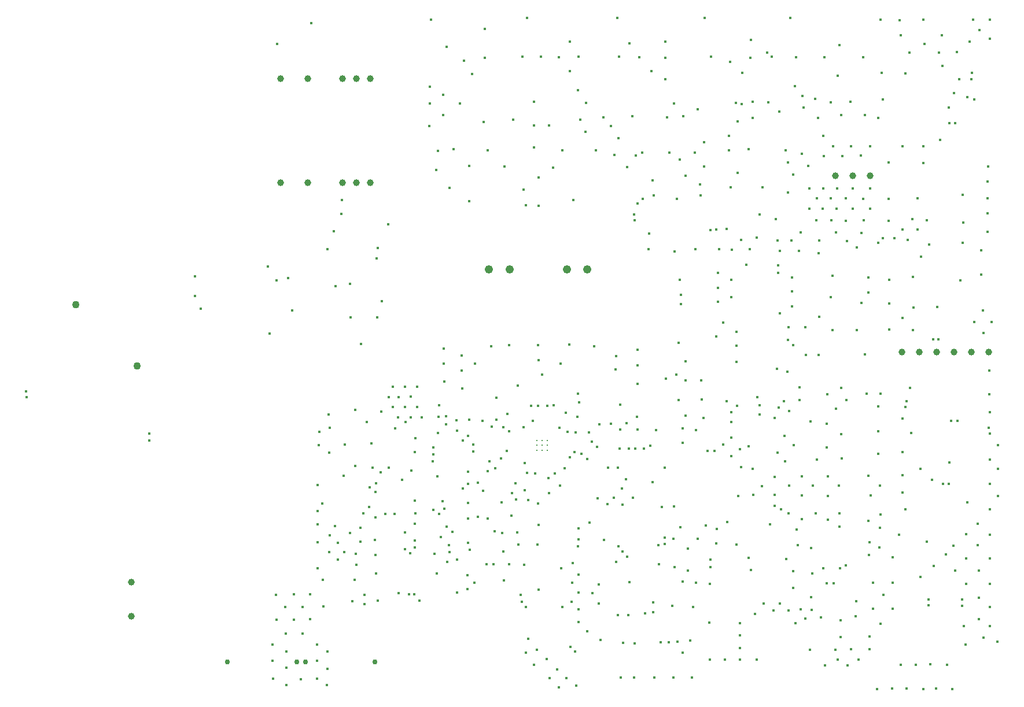
<source format=gbr>
%TF.GenerationSoftware,KiCad,Pcbnew,8.0.2*%
%TF.CreationDate,2025-02-27T21:24:36+01:00*%
%TF.ProjectId,Master_FT25,4d617374-6572-45f4-9654-32352e6b6963,rev?*%
%TF.SameCoordinates,Original*%
%TF.FileFunction,Plated,1,4,PTH,Drill*%
%TF.FilePolarity,Positive*%
%FSLAX46Y46*%
G04 Gerber Fmt 4.6, Leading zero omitted, Abs format (unit mm)*
G04 Created by KiCad (PCBNEW 8.0.2) date 2025-02-27 21:24:36*
%MOMM*%
%LPD*%
G01*
G04 APERTURE LIST*
%TA.AperFunction,ComponentDrill*%
%ADD10C,0.300000*%
%TD*%
%TA.AperFunction,ViaDrill*%
%ADD11C,0.400000*%
%TD*%
%TA.AperFunction,ComponentDrill*%
%ADD12C,0.760000*%
%TD*%
%TA.AperFunction,ComponentDrill*%
%ADD13C,1.000000*%
%TD*%
%TA.AperFunction,ComponentDrill*%
%ADD14C,1.100000*%
%TD*%
%TA.AperFunction,ComponentDrill*%
%ADD15C,1.220000*%
%TD*%
G04 APERTURE END LIST*
D10*
%TO.C,IC2*%
X130700000Y-101600000D03*
X130700000Y-102350000D03*
X130700000Y-103100000D03*
X131450000Y-101600000D03*
X131450000Y-102350000D03*
X131450000Y-103100000D03*
X132200000Y-101600000D03*
X132200000Y-102350000D03*
X132200000Y-103100000D03*
%TD*%
D11*
X55900000Y-94450000D03*
X56020209Y-95291460D03*
X73950000Y-100600000D03*
X73950000Y-101600000D03*
X80637500Y-80475000D03*
X80700000Y-77575000D03*
X81550000Y-82300000D03*
X91350000Y-76125000D03*
X91575000Y-85975000D03*
X92000000Y-131500000D03*
X92020000Y-133890000D03*
X92060000Y-136480000D03*
X92540000Y-124220000D03*
X92570000Y-127880000D03*
X92625000Y-78200000D03*
X92650000Y-43550000D03*
X93880000Y-126060000D03*
X93920000Y-129900000D03*
X94000000Y-132500000D03*
X94020000Y-134890000D03*
X94060000Y-137480000D03*
X94287500Y-77812500D03*
X94850000Y-82550000D03*
X95130000Y-124180000D03*
X95160000Y-127840000D03*
X96200000Y-136600000D03*
X96430000Y-126040000D03*
X96450000Y-129940000D03*
X97520000Y-124160000D03*
X97550000Y-127820000D03*
X97680000Y-40520000D03*
X98500000Y-131500000D03*
X98520000Y-133890000D03*
X98560000Y-136480000D03*
X98600000Y-108150000D03*
X98600000Y-112000000D03*
X98600000Y-116500000D03*
X98600000Y-120350000D03*
X98650000Y-113940000D03*
X98800000Y-102350000D03*
X98850000Y-100400000D03*
X99280000Y-110900000D03*
X99400000Y-122050000D03*
X99420000Y-125960000D03*
X100000000Y-137480000D03*
X100020001Y-135090000D03*
X100059999Y-132500000D03*
X100087500Y-73637500D03*
X100250000Y-97800000D03*
X100300000Y-103450000D03*
X100300000Y-118000000D03*
X100390000Y-115500000D03*
X100400000Y-99750000D03*
X100950000Y-71000000D03*
X101160000Y-114150000D03*
X101275000Y-79025000D03*
X101550000Y-116650000D03*
X101550000Y-119100000D03*
X102125000Y-68475000D03*
X102162500Y-66387500D03*
X102450000Y-106810000D03*
X102550000Y-118000000D03*
X102600000Y-102240000D03*
X103330153Y-115204847D03*
X103332816Y-78725000D03*
X103400000Y-83600000D03*
X103700000Y-125150000D03*
X104000000Y-122000000D03*
X104125000Y-97125000D03*
X104150000Y-105400000D03*
X104200000Y-118200000D03*
X104250000Y-119810000D03*
X104840000Y-116440000D03*
X104850000Y-114430000D03*
X104955304Y-87465778D03*
X105301650Y-112275001D03*
X105500000Y-124200000D03*
X105510000Y-125630000D03*
X105849600Y-98925000D03*
X106137926Y-111387926D03*
X106250000Y-108500000D03*
X106500000Y-102025000D03*
X106670000Y-105580000D03*
X106962653Y-116237347D03*
X107050000Y-109160000D03*
X107050000Y-112871492D03*
X107050000Y-118400000D03*
X107170000Y-121100000D03*
X107200000Y-107880000D03*
X107250000Y-74925000D03*
X107300000Y-83600000D03*
X107400000Y-73475000D03*
X107400000Y-125050000D03*
X107860000Y-106260000D03*
X107950000Y-97400000D03*
X108025000Y-81200000D03*
X108500000Y-112350000D03*
X108908477Y-70010875D03*
X109000000Y-95300000D03*
X109020000Y-105585000D03*
X109600000Y-96750000D03*
X109650000Y-93800000D03*
X109850000Y-112350000D03*
X110000000Y-99875000D03*
X110399695Y-98225000D03*
X110450000Y-95250000D03*
X110500000Y-124000000D03*
X110949999Y-107375001D03*
X111371149Y-117590526D03*
X111399999Y-115075000D03*
X111400000Y-93800000D03*
X111400000Y-96700000D03*
X111450000Y-98949965D03*
X111950000Y-124150000D03*
X112200000Y-118150000D03*
X112250000Y-95200000D03*
X112250000Y-98250000D03*
X112299999Y-106025001D03*
X112750000Y-124150000D03*
X112874999Y-116270821D03*
X112875000Y-110450000D03*
X112875000Y-113800000D03*
X112875000Y-117325003D03*
X112875001Y-103298670D03*
X112950000Y-101325000D03*
X112950000Y-112300000D03*
X113150000Y-93800000D03*
X113150000Y-96750000D03*
X113480000Y-125100000D03*
X113875000Y-98250000D03*
X114950000Y-55600000D03*
X115000000Y-49850000D03*
X115000000Y-52300000D03*
X115250000Y-40000000D03*
X115450000Y-104725000D03*
X115518588Y-111821749D03*
X115570000Y-103660000D03*
X115575000Y-102625000D03*
X115700000Y-118250000D03*
X116000000Y-62000000D03*
X116020000Y-121080000D03*
X116175000Y-106870000D03*
X116224999Y-100550304D03*
X116250000Y-59250000D03*
X116300000Y-98200000D03*
X116400000Y-96500000D03*
X116420000Y-112350000D03*
X116675000Y-115774834D03*
X116900000Y-110523429D03*
X117000000Y-51000000D03*
X117000000Y-54000000D03*
X117050000Y-88150000D03*
X117100000Y-90400000D03*
X117138990Y-111654976D03*
X117150000Y-93000000D03*
X117450000Y-98050000D03*
X117450000Y-99300000D03*
X117500000Y-44000000D03*
X117512500Y-114250000D03*
X117600000Y-119430000D03*
X117854795Y-116942198D03*
X117900000Y-64600000D03*
X117940000Y-117938564D03*
X118313602Y-115000000D03*
X118500000Y-59000000D03*
X118932347Y-98707653D03*
X119010000Y-123880000D03*
X119027653Y-119077653D03*
X119050000Y-100160000D03*
X119400000Y-52300000D03*
X119675000Y-89225000D03*
X119675000Y-91375000D03*
X119800000Y-94000000D03*
X119850000Y-101675000D03*
X119850000Y-108625000D03*
X120025000Y-46000000D03*
X120550000Y-121400000D03*
X120560000Y-123420000D03*
X120600000Y-116610000D03*
X120625000Y-106200000D03*
X120625000Y-107948329D03*
X120625000Y-110795000D03*
X120625000Y-113025000D03*
X120650000Y-101000000D03*
X120770000Y-98600000D03*
X120800000Y-61400000D03*
X120800000Y-66550000D03*
X120900000Y-117625000D03*
X121200000Y-47925000D03*
X121375000Y-102250000D03*
X121375000Y-103250003D03*
X121600000Y-122500000D03*
X121650000Y-90350000D03*
X122075000Y-107850000D03*
X122075000Y-112850000D03*
X122750000Y-98750000D03*
X122800000Y-109019997D03*
X122890000Y-55010000D03*
X123050000Y-45550000D03*
X123075000Y-41325000D03*
X123318156Y-119788079D03*
X123500000Y-59100000D03*
X123525000Y-106150000D03*
X123530266Y-113075000D03*
X123800000Y-104650000D03*
X124000000Y-87800000D03*
X124100000Y-99600000D03*
X124340000Y-119788080D03*
X124525000Y-114950000D03*
X124600000Y-105700000D03*
X124800000Y-95400000D03*
X124800000Y-98625000D03*
X125440000Y-104250000D03*
X125540653Y-110715347D03*
X125600000Y-115150000D03*
X125750000Y-99700000D03*
X125823833Y-117873833D03*
X125883011Y-122138079D03*
X126000000Y-61500000D03*
X126330891Y-103151125D03*
X126375000Y-97725000D03*
X126600000Y-119788080D03*
X126650000Y-87625000D03*
X126656173Y-100293827D03*
X126950000Y-112650000D03*
X127050000Y-109350000D03*
X127230000Y-54650000D03*
X127600000Y-107890000D03*
X127630000Y-110310000D03*
X127800000Y-115075000D03*
X127925000Y-93600000D03*
X128000000Y-116900000D03*
X128301849Y-124274946D03*
X128473128Y-125260169D03*
X128550000Y-45450000D03*
X128750000Y-64925000D03*
X128763666Y-99726425D03*
X128800000Y-119800000D03*
X128900000Y-104900000D03*
X128900000Y-108940000D03*
X129080000Y-132700000D03*
X129100000Y-67200000D03*
X129110626Y-126030625D03*
X129250000Y-39750000D03*
X129300000Y-106400000D03*
X129400000Y-130650000D03*
X129440000Y-110330000D03*
X129849997Y-96550000D03*
X130150000Y-98725000D03*
X130250000Y-52000000D03*
X130250000Y-55500000D03*
X130250000Y-58750000D03*
X130300000Y-134450000D03*
X130475000Y-106437500D03*
X130700000Y-132300000D03*
X130800000Y-116900000D03*
X130850000Y-96550000D03*
X130900000Y-87700000D03*
X130900000Y-110900000D03*
X130950000Y-89850000D03*
X130950000Y-123500000D03*
X130975000Y-63100000D03*
X130975000Y-67225000D03*
X130975000Y-114030000D03*
X131300000Y-45450000D03*
X131475000Y-92000000D03*
X132100000Y-133650000D03*
X132188473Y-96524722D03*
X132425153Y-107149847D03*
X132462500Y-109337500D03*
X132500000Y-55500000D03*
X132550000Y-136450000D03*
X133050000Y-61700000D03*
X133200000Y-96450000D03*
X133350000Y-106429669D03*
X133700000Y-135200000D03*
X133900000Y-45500000D03*
X133900000Y-137750000D03*
X134000000Y-99800000D03*
X134097512Y-108202488D03*
X134200000Y-90400000D03*
X134250001Y-120342582D03*
X134400000Y-59100000D03*
X134425001Y-126036403D03*
X134799999Y-105704669D03*
X134900000Y-97550000D03*
X135050000Y-136400000D03*
X135224253Y-100375000D03*
X135425000Y-87600000D03*
X135500000Y-43250000D03*
X135500000Y-47500000D03*
X135550000Y-104076620D03*
X135614555Y-131835445D03*
X135750000Y-125250000D03*
X135850000Y-122450000D03*
X135950000Y-119600000D03*
X136000000Y-66450000D03*
X136209595Y-103325000D03*
X136321663Y-132560445D03*
X136337653Y-100412347D03*
X136500000Y-137500000D03*
X136600000Y-98200000D03*
X136675000Y-94750000D03*
X136700000Y-50350000D03*
X136750151Y-117094299D03*
X136800000Y-45425000D03*
X136800000Y-121300000D03*
X136800000Y-123900000D03*
X136800000Y-126400000D03*
X136800000Y-128200000D03*
X136802719Y-114495107D03*
X136816975Y-116096534D03*
X136850000Y-96050000D03*
X137050000Y-54660000D03*
X137250000Y-103550000D03*
X137790000Y-56410000D03*
X137900000Y-52200000D03*
X138050000Y-104375000D03*
X138100000Y-129560000D03*
X138350000Y-100450000D03*
X138425000Y-113650000D03*
X138787806Y-101837194D03*
X138800000Y-123950000D03*
X139050000Y-87825000D03*
X139300000Y-59100000D03*
X139494914Y-102544303D03*
X139630851Y-110080851D03*
X139725000Y-122700000D03*
X139800000Y-125550000D03*
X139850000Y-99250000D03*
X140000000Y-130850000D03*
X140400000Y-54300000D03*
X140550001Y-116234388D03*
X141000000Y-110920000D03*
X141110000Y-105600000D03*
X141500000Y-55600000D03*
X141550000Y-99150000D03*
X142000000Y-110000000D03*
X142010000Y-59800000D03*
X142250000Y-91250000D03*
X142275000Y-89300000D03*
X142292817Y-119414626D03*
X142500000Y-39750000D03*
X142550000Y-105600000D03*
X142570000Y-127237349D03*
X142630000Y-117094302D03*
X142640000Y-57340000D03*
X142750000Y-45400000D03*
X142850000Y-102800000D03*
X142900000Y-96350000D03*
X142900000Y-100050000D03*
X142950000Y-136351494D03*
X143125000Y-108675000D03*
X143209547Y-117909242D03*
X143250000Y-111000000D03*
X143350000Y-131300000D03*
X143750000Y-107300000D03*
X143850000Y-99100000D03*
X143890000Y-61570000D03*
X143934546Y-118634241D03*
X144099847Y-127174847D03*
X144125000Y-102800000D03*
X144250000Y-43500000D03*
X144287653Y-122337653D03*
X144700000Y-54150000D03*
X144750000Y-110050000D03*
X144915422Y-68554216D03*
X144950000Y-136350000D03*
X145000000Y-69400000D03*
X145050000Y-131325000D03*
X145100000Y-102800000D03*
X145150000Y-59875000D03*
X145375000Y-98200000D03*
X145400000Y-88350000D03*
X145400000Y-90650000D03*
X145400000Y-100000000D03*
X145410000Y-93380000D03*
X145450000Y-66900000D03*
X145675000Y-45500000D03*
X146100000Y-59450000D03*
X146175000Y-66275000D03*
X146349997Y-102800000D03*
X146500000Y-126950000D03*
X147075000Y-73625000D03*
X147100000Y-71350000D03*
X147281006Y-102435000D03*
X147500000Y-47500000D03*
X147600000Y-63550000D03*
X147674999Y-107721887D03*
X147700000Y-125350000D03*
X147700000Y-126800000D03*
X147820000Y-65750000D03*
X147900000Y-136350000D03*
X148125000Y-100075000D03*
X148460383Y-116925001D03*
X148597347Y-119722653D03*
X148800000Y-131150000D03*
X148950000Y-111350000D03*
X149417996Y-115832004D03*
X149450000Y-105600000D03*
X149455982Y-116831285D03*
X149500000Y-43250000D03*
X149500000Y-45600000D03*
X149500000Y-48750000D03*
X149550000Y-92600000D03*
X149750000Y-54320000D03*
X149975000Y-131175000D03*
X150060000Y-59510000D03*
X150550000Y-125850000D03*
X150650000Y-136351494D03*
X150700000Y-116050000D03*
X150749999Y-111275304D03*
X150800000Y-52300000D03*
X150825000Y-120175000D03*
X150837500Y-73962500D03*
X151100000Y-92000000D03*
X151225000Y-66250000D03*
X151299999Y-131125000D03*
X151450000Y-87325000D03*
X151450000Y-95700000D03*
X151575000Y-60475000D03*
X151637989Y-78087989D03*
X151700000Y-114300000D03*
X151800000Y-80300000D03*
X151825000Y-81625000D03*
X152021763Y-132725000D03*
X152024999Y-122324999D03*
X152050000Y-99850000D03*
X152070000Y-102000000D03*
X152150000Y-54110000D03*
X152450000Y-62875000D03*
X152450000Y-98000000D03*
X152500000Y-90000000D03*
X152500000Y-92800000D03*
X152800000Y-117500000D03*
X152800000Y-120700000D03*
X153125000Y-130950000D03*
X153400000Y-136350000D03*
X153575001Y-126022055D03*
X153780000Y-59500000D03*
X153900000Y-73600000D03*
X153997347Y-100072653D03*
X154000000Y-122500000D03*
X154200000Y-53150000D03*
X154200000Y-116000000D03*
X154600000Y-64100000D03*
X154650000Y-65725000D03*
X154750000Y-92800000D03*
X154850000Y-95650000D03*
X155100000Y-98350000D03*
X155150000Y-57960000D03*
X155175000Y-61475000D03*
X155250000Y-39750000D03*
X155410000Y-114120000D03*
X155698730Y-103174035D03*
X155900000Y-128325000D03*
X156000000Y-133750000D03*
X156024999Y-122674999D03*
X156075000Y-70800000D03*
X156112499Y-119102500D03*
X156115000Y-120170000D03*
X156150000Y-45450000D03*
X156725000Y-103175000D03*
X156925000Y-70750000D03*
X156950000Y-116675000D03*
X156975000Y-86400000D03*
X157074999Y-114606249D03*
X157175000Y-81325000D03*
X157200000Y-79250000D03*
X157225000Y-77075000D03*
X157401167Y-73604289D03*
X157950000Y-84400000D03*
X157975000Y-102225000D03*
X158250000Y-133750000D03*
X158490000Y-95900000D03*
X158500000Y-70650000D03*
X158550000Y-113580000D03*
X158770000Y-57020000D03*
X158800000Y-59100000D03*
X158975000Y-46195585D03*
X159100000Y-64550000D03*
X159120000Y-97450000D03*
X159125000Y-78125000D03*
X159150000Y-80650000D03*
X159150000Y-101210000D03*
X159160000Y-98897653D03*
X159180000Y-103960000D03*
X159275000Y-73675000D03*
X159816305Y-52200000D03*
X159890000Y-116875000D03*
X159900000Y-85700000D03*
X159950000Y-87750000D03*
X159950000Y-90125000D03*
X160000000Y-96530000D03*
X160100000Y-54890000D03*
X160100000Y-62450000D03*
X160145000Y-109775000D03*
X160400000Y-102920000D03*
X160400000Y-128350000D03*
X160400000Y-130200000D03*
X160400000Y-132000000D03*
X160400000Y-133750000D03*
X160550000Y-105550000D03*
X160600000Y-72275000D03*
X160650000Y-52325000D03*
X160750000Y-47750000D03*
X161325000Y-75925000D03*
X161650000Y-59000000D03*
X161650000Y-102450000D03*
X161729696Y-118824999D03*
X161875000Y-73650000D03*
X161950000Y-45600000D03*
X162000000Y-43000000D03*
X162024577Y-120619272D03*
X162250000Y-52000000D03*
X162275000Y-54350000D03*
X162325000Y-105750000D03*
X162350000Y-109600000D03*
X162600000Y-127000000D03*
X162850000Y-71900000D03*
X162850000Y-133750000D03*
X162990000Y-95260000D03*
X163275000Y-97850000D03*
X163280000Y-96494999D03*
X163300000Y-68500000D03*
X163650000Y-108300000D03*
X163750000Y-64550000D03*
X163875000Y-125525000D03*
X164375000Y-44800000D03*
X164600000Y-52100000D03*
X164825000Y-113900000D03*
X165075000Y-45450000D03*
X165350000Y-126500000D03*
X165500000Y-98300000D03*
X165500000Y-107000000D03*
X165500000Y-109600000D03*
X165500000Y-111225000D03*
X165650000Y-69225000D03*
X165800000Y-91100000D03*
X165900000Y-72300000D03*
X165950000Y-103400000D03*
X166050000Y-75960000D03*
X166050000Y-77100000D03*
X166075001Y-96800000D03*
X166170000Y-53470000D03*
X166250000Y-73850000D03*
X166250000Y-83000000D03*
X166250000Y-125500000D03*
X166463521Y-111675000D03*
X166875003Y-95850000D03*
X166975000Y-100930000D03*
X167000000Y-104650000D03*
X167100000Y-59100000D03*
X167200000Y-118950000D03*
X167345153Y-91530153D03*
X167450000Y-60950000D03*
X167450000Y-65275000D03*
X167450000Y-86900000D03*
X167525000Y-126500000D03*
X167550000Y-85000000D03*
X167570000Y-112320000D03*
X167575000Y-108275000D03*
X167585000Y-97309640D03*
X167750000Y-39750000D03*
X167975000Y-72300000D03*
X168000000Y-77750000D03*
X168000000Y-79750000D03*
X168000000Y-82000000D03*
X168200000Y-62700000D03*
X168200000Y-87650000D03*
X168200000Y-120775000D03*
X168200000Y-123225000D03*
X168295118Y-102319577D03*
X168475000Y-49725000D03*
X168525000Y-128375000D03*
X168650000Y-45475000D03*
X168750000Y-114650000D03*
X168900000Y-116925000D03*
X169080000Y-73850000D03*
X169150001Y-95678112D03*
X169180000Y-93850000D03*
X169325000Y-126400000D03*
X169350000Y-71125000D03*
X169450000Y-59670000D03*
X169475000Y-113175000D03*
X169500000Y-106900000D03*
X169500000Y-109700000D03*
X169600000Y-51150000D03*
X169760000Y-52870000D03*
X170000000Y-85000000D03*
X170000000Y-127750000D03*
X170050000Y-89110000D03*
X170375000Y-61400000D03*
X170550000Y-64750000D03*
X170600000Y-67700000D03*
X170640000Y-132300000D03*
X170760000Y-98830000D03*
X170850001Y-117403113D03*
X170866721Y-124551949D03*
X170885056Y-126411353D03*
X170982010Y-121103524D03*
X171100000Y-108250000D03*
X171404415Y-51575000D03*
X171495000Y-112295000D03*
X171600000Y-69400000D03*
X171650000Y-66200000D03*
X171675000Y-104450000D03*
X171860000Y-54390000D03*
X171925000Y-74200000D03*
X171950000Y-89110000D03*
X172000000Y-72300000D03*
X172000000Y-83500000D03*
X172275000Y-127505234D03*
X172550000Y-67700000D03*
X172590000Y-56980000D03*
X172600000Y-64750000D03*
X172615000Y-120375000D03*
X172680000Y-59950000D03*
X172750000Y-45500000D03*
X172825000Y-134600000D03*
X173140000Y-122560000D03*
X173150000Y-99200000D03*
X173150000Y-102675000D03*
X173175000Y-94900000D03*
X173250000Y-113250000D03*
X173275000Y-106900000D03*
X173275000Y-109775000D03*
X173700000Y-52100000D03*
X173725000Y-80625000D03*
X173750000Y-66200000D03*
X173800000Y-69400000D03*
X174000000Y-77500000D03*
X174000000Y-85500000D03*
X174010000Y-58550000D03*
X174140003Y-122560000D03*
X174425000Y-132275000D03*
X174450000Y-97000000D03*
X174500000Y-71150000D03*
X174600000Y-67700000D03*
X174650000Y-64750000D03*
X174750000Y-48250000D03*
X174750000Y-133750000D03*
X174875000Y-108250000D03*
X174950000Y-43700000D03*
X175000000Y-114250000D03*
X175020000Y-112270000D03*
X175075000Y-120375000D03*
X175150000Y-127950000D03*
X175150000Y-130400000D03*
X175250000Y-54000000D03*
X175275000Y-93925000D03*
X175275000Y-100725000D03*
X175325000Y-104250000D03*
X175380000Y-59950000D03*
X175900000Y-66200000D03*
X175950000Y-69450000D03*
X175954402Y-119898915D03*
X176000000Y-95750000D03*
X176100000Y-72450000D03*
X176200000Y-134575000D03*
X176600000Y-52000000D03*
X176650000Y-132200000D03*
X176710000Y-58550000D03*
X176900000Y-67700000D03*
X176950000Y-64750000D03*
X177325000Y-127375000D03*
X177400000Y-125150000D03*
X177500000Y-85500000D03*
X177550000Y-73325000D03*
X177800000Y-133750000D03*
X178120000Y-59920000D03*
X178160000Y-71220000D03*
X178200000Y-81450000D03*
X178425000Y-45500000D03*
X178450000Y-66250000D03*
X178500000Y-69400000D03*
X178675000Y-89000000D03*
X178750000Y-54000000D03*
X179000000Y-94750000D03*
X179175000Y-106825000D03*
X179200000Y-113425000D03*
X179250000Y-77750000D03*
X179250000Y-80000000D03*
X179340000Y-118370000D03*
X179360000Y-116500000D03*
X179400000Y-132200000D03*
X179425000Y-130350000D03*
X179450000Y-58520000D03*
X179450000Y-67650000D03*
X179500000Y-64700000D03*
X179525000Y-109650000D03*
X179925000Y-122500000D03*
X179925000Y-126250000D03*
X180500000Y-138000000D03*
X180619836Y-54420000D03*
X180619836Y-72720000D03*
X180625000Y-96650000D03*
X180625000Y-100250000D03*
X180625000Y-103550000D03*
X180850000Y-117320000D03*
X180950000Y-108225000D03*
X180950000Y-114425000D03*
X180970000Y-112445000D03*
X181000000Y-40000000D03*
X181000000Y-94750000D03*
X181000000Y-128500000D03*
X181200000Y-47800000D03*
X181344836Y-71960000D03*
X181346794Y-51690000D03*
X181450000Y-124250000D03*
X182175000Y-66225000D03*
X182200000Y-60900000D03*
X182200000Y-69425000D03*
X182300000Y-78100000D03*
X182300000Y-81600000D03*
X182300000Y-85350000D03*
X182730000Y-137990000D03*
X182750000Y-118750000D03*
X182750000Y-122500000D03*
X182750000Y-126250000D03*
X183000000Y-72000000D03*
X183725000Y-115410000D03*
X183800000Y-40050000D03*
X183970000Y-134490000D03*
X184000000Y-42250000D03*
X184200000Y-70740000D03*
X184200000Y-83700000D03*
X184200000Y-98400000D03*
X184250000Y-58500000D03*
X184250000Y-103350000D03*
X184250000Y-106750000D03*
X184250000Y-109250000D03*
X184600000Y-47850000D03*
X184600000Y-96700000D03*
X184625000Y-111750000D03*
X184775000Y-95850000D03*
X184840000Y-137940000D03*
X184940000Y-72290000D03*
X185200000Y-44825000D03*
X185275000Y-93925000D03*
X185475000Y-100550000D03*
X185631891Y-69202043D03*
X185750000Y-77650000D03*
X185750000Y-85500000D03*
X185800000Y-82150000D03*
X186200000Y-134480000D03*
X186375000Y-66125000D03*
X186410000Y-70730000D03*
X186825000Y-105825000D03*
X186825000Y-121629447D03*
X186920000Y-74735000D03*
X187220000Y-138000000D03*
X187250000Y-58500000D03*
X187250000Y-61000000D03*
X187300000Y-40000000D03*
X187440000Y-43520000D03*
X187775000Y-116450000D03*
X187800000Y-69400000D03*
X188000000Y-124950000D03*
X188000000Y-125800003D03*
X188120000Y-72940000D03*
X188310000Y-134430000D03*
X188500000Y-107400000D03*
X188670000Y-86840000D03*
X188750000Y-120000000D03*
X189120000Y-137940000D03*
X189250000Y-82075000D03*
X189500000Y-86820000D03*
X189550000Y-44800000D03*
X189750000Y-57650000D03*
X190000000Y-42250000D03*
X190050000Y-46750000D03*
X190150000Y-108000000D03*
X190575000Y-118325000D03*
X190690000Y-134490000D03*
X190950000Y-52850000D03*
X191000000Y-108000000D03*
X191075000Y-55175000D03*
X191110000Y-104880000D03*
X191325000Y-98725000D03*
X191500000Y-138000000D03*
X191700000Y-117025000D03*
X191750000Y-50750000D03*
X191900000Y-120725000D03*
X191925000Y-55175000D03*
X192150000Y-44725000D03*
X192225000Y-98725000D03*
X192500000Y-48750000D03*
X192675000Y-78225000D03*
X192899999Y-124949999D03*
X192900000Y-125850000D03*
X193050000Y-65625000D03*
X193050000Y-72688466D03*
X193120000Y-69740000D03*
X193200000Y-128825000D03*
X193470000Y-131550000D03*
X193500000Y-118925000D03*
X193500000Y-122675000D03*
X193525000Y-115350000D03*
X193675000Y-110675000D03*
X193700000Y-51350000D03*
X194000000Y-43250000D03*
X194300000Y-48750000D03*
X194400000Y-47800000D03*
X194500000Y-40000000D03*
X194725000Y-51675000D03*
X194750000Y-84250000D03*
X195200000Y-117000000D03*
X195225000Y-113800000D03*
X195375000Y-127800000D03*
X195400000Y-120700000D03*
X195400000Y-124700000D03*
X195500000Y-41500000D03*
X195750000Y-73750000D03*
X195750000Y-77300000D03*
X196000000Y-82550000D03*
X196050000Y-85850000D03*
X196070000Y-130480000D03*
X196650000Y-63700000D03*
X196700000Y-66200000D03*
X196700000Y-68390000D03*
X196700000Y-71060000D03*
X196750000Y-61500000D03*
X196800000Y-99800000D03*
X196950000Y-91400000D03*
X196950000Y-94900000D03*
X196975000Y-128825000D03*
X197000000Y-40000000D03*
X197000000Y-42750000D03*
X197000000Y-97500000D03*
X197000000Y-104450000D03*
X197000000Y-107950000D03*
X197000000Y-111700000D03*
X197000000Y-115400000D03*
X197000000Y-118900000D03*
X197000000Y-122650000D03*
X197025000Y-100650000D03*
X197025000Y-126025000D03*
X197250000Y-84250000D03*
X198120000Y-131080000D03*
X198200000Y-102300000D03*
X198200000Y-105800000D03*
X198200000Y-109800000D03*
D12*
%TO.C,K2*%
X85385000Y-134072500D03*
X95545000Y-134072500D03*
X96815000Y-134072500D03*
X106975000Y-134072500D03*
D13*
%TO.C,TH1*%
X71375000Y-122350000D03*
X71375000Y-127350000D03*
%TO.C,T1*%
X93210000Y-48630000D03*
X93210000Y-63870000D03*
X97210000Y-48630000D03*
X97210000Y-63870000D03*
X102290000Y-48630000D03*
X102290000Y-63870000D03*
X104290000Y-48630000D03*
X104290000Y-63870000D03*
X106290000Y-48630000D03*
X106290000Y-63870000D03*
%TO.C,U3*%
X174430000Y-62900000D03*
X176970000Y-62900000D03*
X179509999Y-62900000D03*
%TO.C,J3*%
X184100000Y-88650000D03*
X186640000Y-88650000D03*
X189180000Y-88650000D03*
X191720000Y-88650000D03*
X194260000Y-88650000D03*
X196800000Y-88650000D03*
D14*
%TO.C,D7*%
X63259872Y-81709872D03*
X72240128Y-90690128D03*
D15*
%TO.C,J13*%
X123700000Y-76535000D03*
X126700000Y-76535000D03*
%TO.C,J12*%
X135100000Y-76550000D03*
X138100000Y-76550000D03*
M02*

</source>
